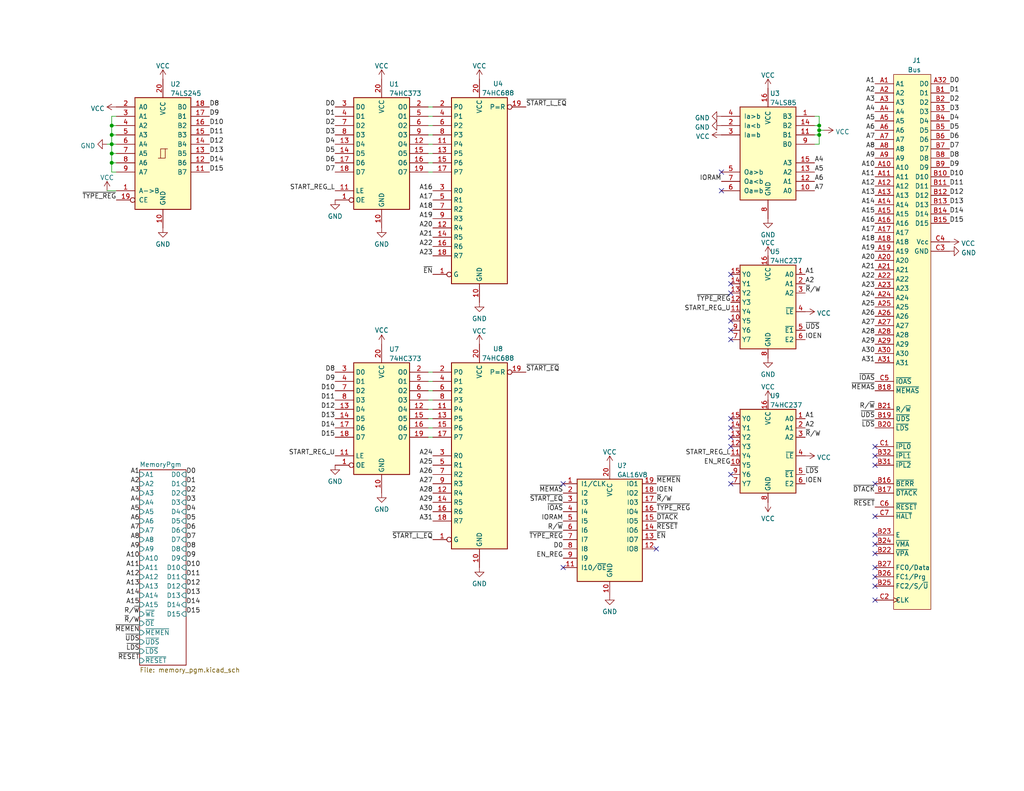
<source format=kicad_sch>
(kicad_sch (version 20211123) (generator eeschema)
  (paper "USLetter")
  (title_block (title "RAM/ROM Board") (date "2022-09-27") (rev "1.0.0-dev-3"))
  (lib_symbols
    (symbol "74xx:74HC237"
      (property "Reference" "U" (at -7.62 13.97 0))
      (property "Value" "74HC237" (at 2.54 -11.43 0))
      (symbol "74HC237_0_1"
        (rectangle (start -7.62 12.7) (end 7.62 -10.16) (stroke (width 0.254)) (fill (type background)))
      )
      (symbol "74HC237_1_1"
        (pin input line (at -10.16 10.16 0) (length 2.54) (name "A0") (number "1"))
        (pin output line (at 10.16 -2.54 180) (length 2.54) (name "Y5") (number "10"))
        (pin output line (at 10.16 0 180) (length 2.54) (name "Y4") (number "11"))
        (pin output line (at 10.16 2.54 180) (length 2.54) (name "Y3") (number "12"))
        (pin output line (at 10.16 5.08 180) (length 2.54) (name "Y2") (number "13"))
        (pin output line (at 10.16 7.62 180) (length 2.54) (name "Y1") (number "14"))
        (pin output line (at 10.16 10.16 180) (length 2.54) (name "Y0") (number "15"))
        (pin power_in line (at 0 15.24 270) (length 2.54) (name "VCC") (number "16"))
        (pin input line (at -10.16 7.62 0) (length 2.54) (name "A1") (number "2"))
        (pin input line (at -10.16 5.08 0) (length 2.54) (name "A2") (number "3"))
        (pin input line (at -10.16 0 0) (length 2.54) (name "~{LE}") (number "4"))
        (pin input line (at -10.16 -5.08 0) (length 2.54) (name "~{E1}") (number "5"))
        (pin input line (at -10.16 -7.62 0) (length 2.54) (name "E2") (number "6"))
        (pin output line (at 10.16 -7.62 180) (length 2.54) (name "Y7") (number "7"))
        (pin power_in line (at 0 -12.7 90) (length 2.54) (name "GND") (number "8"))
        (pin output line (at 10.16 -5.08 180) (length 2.54) (name "Y6") (number "9"))
      )
    )
    (symbol "74xx:74HC373"
      (property "Reference" "U" (at -7.62 16.51 0))
      (property "Value" "74HC373" (at -7.62 -16.51 0))
      (symbol "74HC373_1_0"
        (pin input inverted (at -12.7 -12.7 0) (length 5.08) (name "OE") (number "1"))
        (pin power_in line (at 0 -20.32 90) (length 5.08) (name "GND") (number "10"))
        (pin input line (at -12.7 -10.16 0) (length 5.08) (name "LE") (number "11"))
        (pin tri_state line (at 12.7 2.54 180) (length 5.08) (name "O4") (number "12"))
        (pin input line (at -12.7 2.54 0) (length 5.08) (name "D4") (number "13"))
        (pin input line (at -12.7 0 0) (length 5.08) (name "D5") (number "14"))
        (pin tri_state line (at 12.7 0 180) (length 5.08) (name "O5") (number "15"))
        (pin tri_state line (at 12.7 -2.54 180) (length 5.08) (name "O6") (number "16"))
        (pin input line (at -12.7 -2.54 0) (length 5.08) (name "D6") (number "17"))
        (pin input line (at -12.7 -5.08 0) (length 5.08) (name "D7") (number "18"))
        (pin tri_state line (at 12.7 -5.08 180) (length 5.08) (name "O7") (number "19"))
        (pin tri_state line (at 12.7 12.7 180) (length 5.08) (name "O0") (number "2"))
        (pin power_in line (at 0 20.32 270) (length 5.08) (name "VCC") (number "20"))
        (pin input line (at -12.7 12.7 0) (length 5.08) (name "D0") (number "3"))
        (pin input line (at -12.7 10.16 0) (length 5.08) (name "D1") (number "4"))
        (pin tri_state line (at 12.7 10.16 180) (length 5.08) (name "O1") (number "5"))
        (pin tri_state line (at 12.7 7.62 180) (length 5.08) (name "O2") (number "6"))
        (pin input line (at -12.7 7.62 0) (length 5.08) (name "D2") (number "7"))
        (pin input line (at -12.7 5.08 0) (length 5.08) (name "D3") (number "8"))
        (pin tri_state line (at 12.7 5.08 180) (length 5.08) (name "O3") (number "9"))
      )
      (symbol "74HC373_1_1"
        (rectangle (start -7.62 15.24) (end 7.62 -15.24) (stroke (width 0.254)) (fill (type background)))
      )
    )
    (symbol "74xx:74HC688"
      (property "Reference" "U" (at -7.62 26.67 0))
      (property "Value" "74HC688" (at -7.62 -26.67 0))
      (symbol "74HC688_1_0"
        (pin input inverted (at -12.7 -22.86 0) (length 5.08) (name "G") (number "1"))
        (pin power_in line (at 0 -30.48 90) (length 5.08) (name "GND") (number "10"))
        (pin input line (at -12.7 12.7 0) (length 5.08) (name "P4") (number "11"))
        (pin input line (at -12.7 -10.16 0) (length 5.08) (name "R4") (number "12"))
        (pin input line (at -12.7 10.16 0) (length 5.08) (name "P5") (number "13"))
        (pin input line (at -12.7 -12.7 0) (length 5.08) (name "R5") (number "14"))
        (pin input line (at -12.7 7.62 0) (length 5.08) (name "P6") (number "15"))
        (pin input line (at -12.7 -15.24 0) (length 5.08) (name "R6") (number "16"))
        (pin input line (at -12.7 5.08 0) (length 5.08) (name "P7") (number "17"))
        (pin input line (at -12.7 -17.78 0) (length 5.08) (name "R7") (number "18"))
        (pin output inverted (at 12.7 22.86 180) (length 5.08) (name "P=R") (number "19"))
        (pin input line (at -12.7 22.86 0) (length 5.08) (name "P0") (number "2"))
        (pin power_in line (at 0 30.48 270) (length 5.08) (name "VCC") (number "20"))
        (pin input line (at -12.7 0 0) (length 5.08) (name "R0") (number "3"))
        (pin input line (at -12.7 20.32 0) (length 5.08) (name "P1") (number "4"))
        (pin input line (at -12.7 -2.54 0) (length 5.08) (name "R1") (number "5"))
        (pin input line (at -12.7 17.78 0) (length 5.08) (name "P2") (number "6"))
        (pin input line (at -12.7 -5.08 0) (length 5.08) (name "R2") (number "7"))
        (pin input line (at -12.7 15.24 0) (length 5.08) (name "P3") (number "8"))
        (pin input line (at -12.7 -7.62 0) (length 5.08) (name "R3") (number "9"))
      )
      (symbol "74HC688_1_1"
        (rectangle (start -7.62 25.4) (end 7.62 -25.4) (stroke (width 0.254)) (fill (type background)))
      )
    )
    (symbol "74xx:74LS245" (pin_names (offset 1.016))
      (property "Reference" "U" (at -7.62 16.51 0))
      (property "Value" "74LS245" (at -7.62 -16.51 0))
      (symbol "74LS245_1_0"
        (polyline (pts (xy -0.635 -1.27) (xy -0.635 1.27) (xy 0.635 1.27)))
        (polyline (pts (xy -1.27 -1.27) (xy 0.635 -1.27) (xy 0.635 1.27) (xy 1.27 1.27)))
        (pin input line (at -12.7 -10.16 0) (length 5.08) (name "A->B") (number "1"))
        (pin power_in line (at 0 -20.32 90) (length 5.08) (name "GND") (number "10"))
        (pin tri_state line (at 12.7 -5.08 180) (length 5.08) (name "B7") (number "11"))
        (pin tri_state line (at 12.7 -2.54 180) (length 5.08) (name "B6") (number "12"))
        (pin tri_state line (at 12.7 0 180) (length 5.08) (name "B5") (number "13"))
        (pin tri_state line (at 12.7 2.54 180) (length 5.08) (name "B4") (number "14"))
        (pin tri_state line (at 12.7 5.08 180) (length 5.08) (name "B3") (number "15"))
        (pin tri_state line (at 12.7 7.62 180) (length 5.08) (name "B2") (number "16"))
        (pin tri_state line (at 12.7 10.16 180) (length 5.08) (name "B1") (number "17"))
        (pin tri_state line (at 12.7 12.7 180) (length 5.08) (name "B0") (number "18"))
        (pin input inverted (at -12.7 -12.7 0) (length 5.08) (name "CE") (number "19"))
        (pin tri_state line (at -12.7 12.7 0) (length 5.08) (name "A0") (number "2"))
        (pin power_in line (at 0 20.32 270) (length 5.08) (name "VCC") (number "20"))
        (pin tri_state line (at -12.7 10.16 0) (length 5.08) (name "A1") (number "3"))
        (pin tri_state line (at -12.7 7.62 0) (length 5.08) (name "A2") (number "4"))
        (pin tri_state line (at -12.7 5.08 0) (length 5.08) (name "A3") (number "5"))
        (pin tri_state line (at -12.7 2.54 0) (length 5.08) (name "A4") (number "6"))
        (pin tri_state line (at -12.7 0 0) (length 5.08) (name "A5") (number "7"))
        (pin tri_state line (at -12.7 -2.54 0) (length 5.08) (name "A6") (number "8"))
        (pin tri_state line (at -12.7 -5.08 0) (length 5.08) (name "A7") (number "9"))
      )
      (symbol "74LS245_1_1"
        (rectangle (start -7.62 15.24) (end 7.62 -15.24) (stroke (width 0.254)) (fill (type background)))
      )
    )
    (symbol "74xx:74LS85" (pin_names (offset 1.016))
      (property "Reference" "U" (at -7.62 13.97 0))
      (property "Value" "74LS85" (at -7.62 -13.97 0))
      (symbol "74LS85_1_0"
        (pin input line (at -12.7 10.16 0) (length 5.08) (name "B3") (number "1"))
        (pin input line (at -12.7 -10.16 0) (length 5.08) (name "A0") (number "10"))
        (pin input line (at -12.7 5.08 0) (length 5.08) (name "B1") (number "11"))
        (pin input line (at -12.7 -7.62 0) (length 5.08) (name "A1") (number "12"))
        (pin input line (at -12.7 -5.08 0) (length 5.08) (name "A2") (number "13"))
        (pin input line (at -12.7 7.62 0) (length 5.08) (name "B2") (number "14"))
        (pin input line (at -12.7 -2.54 0) (length 5.08) (name "A3") (number "15"))
        (pin power_in line (at 0 17.78 270) (length 5.08) (name "VCC") (number "16"))
        (pin input line (at 12.7 7.62 180) (length 5.08) (name "Ia<b") (number "2"))
        (pin input line (at 12.7 5.08 180) (length 5.08) (name "Ia=b") (number "3"))
        (pin input line (at 12.7 10.16 180) (length 5.08) (name "Ia>b") (number "4"))
        (pin output line (at 12.7 -5.08 180) (length 5.08) (name "Oa>b") (number "5"))
        (pin output line (at 12.7 -10.16 180) (length 5.08) (name "Oa=b") (number "6"))
        (pin output line (at 12.7 -7.62 180) (length 5.08) (name "Oa<b") (number "7"))
        (pin power_in line (at 0 -17.78 90) (length 5.08) (name "GND") (number "8"))
        (pin input line (at -12.7 2.54 0) (length 5.08) (name "B0") (number "9"))
      )
      (symbol "74LS85_1_1"
        (rectangle (start -7.62 12.7) (end 7.62 -12.7) (stroke (width 0.254)) (fill (type background)))
      )
    )
    (symbol "Logic_Programmable:GAL16V8" (pin_names (offset 1.016))
      (property "Reference" "U" (at -8.89 16.51 0))
      (property "Value" "GAL16V8" (at 1.27 16.51 0))
      (symbol "GAL16V8_0_0"
        (pin power_in line (at 0 -17.78 90) (length 3.81) (name "GND") (number "10"))
        (pin power_in line (at 0 17.78 270) (length 3.81) (name "VCC") (number "20"))
      )
      (symbol "GAL16V8_0_1"
        (rectangle (start -8.89 13.97) (end 8.89 -13.97) (stroke (width 0.254)) (fill (type background)))
      )
      (symbol "GAL16V8_1_1"
        (pin input line (at -12.7 12.7 0) (length 3.81) (name "I1/CLK") (number "1"))
        (pin input line (at -12.7 -10.16 0) (length 3.81) (name "I10/~{OE}") (number "11"))
        (pin tri_state line (at 12.7 -5.08 180) (length 3.81) (name "IO8") (number "12"))
        (pin tri_state line (at 12.7 -2.54 180) (length 3.81) (name "IO7") (number "13"))
        (pin tri_state line (at 12.7 0 180) (length 3.81) (name "IO6") (number "14"))
        (pin tri_state line (at 12.7 2.54 180) (length 3.81) (name "IO5") (number "15"))
        (pin tri_state line (at 12.7 5.08 180) (length 3.81) (name "IO4") (number "16"))
        (pin tri_state line (at 12.7 7.62 180) (length 3.81) (name "I03") (number "17"))
        (pin tri_state line (at 12.7 10.16 180) (length 3.81) (name "IO2") (number "18"))
        (pin tri_state line (at 12.7 12.7 180) (length 3.81) (name "IO1") (number "19"))
        (pin input line (at -12.7 10.16 0) (length 3.81) (name "I2") (number "2"))
        (pin input line (at -12.7 7.62 0) (length 3.81) (name "I3") (number "3"))
        (pin input line (at -12.7 5.08 0) (length 3.81) (name "I4") (number "4"))
        (pin input line (at -12.7 2.54 0) (length 3.81) (name "I5") (number "5"))
        (pin input line (at -12.7 0 0) (length 3.81) (name "I6") (number "6"))
        (pin input line (at -12.7 -2.54 0) (length 3.81) (name "I7") (number "7"))
        (pin input line (at -12.7 -5.08 0) (length 3.81) (name "I8") (number "8"))
        (pin input line (at -12.7 -7.62 0) (length 3.81) (name "I9") (number "9"))
      )
    )
    (symbol "parts:Bus"
      (property "Reference" "J4" (at 0 66.04 0))
      (property "Value" "Bus" (at 0 63.5 0))
      (symbol "Bus_0_1"
        (rectangle (start -5.08 62.23) (end 5.08 -83.82) (stroke (width 0.1524)) (fill (type background)))
      )
      (symbol "Bus_1_1"
        (pin tri_state line (at -10.16 59.69 0) (length 5.08) (name "A1") (number "A1"))
        (pin tri_state line (at -10.16 36.83 0) (length 5.08) (name "A10") (number "A10"))
        (pin tri_state line (at -10.16 34.29 0) (length 5.08) (name "A11") (number "A11"))
        (pin tri_state line (at -10.16 31.75 0) (length 5.08) (name "A12") (number "A12"))
        (pin tri_state line (at -10.16 29.21 0) (length 5.08) (name "A13") (number "A13"))
        (pin tri_state line (at -10.16 26.67 0) (length 5.08) (name "A14") (number "A14"))
        (pin tri_state line (at -10.16 24.13 0) (length 5.08) (name "A15") (number "A15"))
        (pin tri_state line (at -10.16 21.59 0) (length 5.08) (name "A16") (number "A16"))
        (pin tri_state line (at -10.16 19.05 0) (length 5.08) (name "A17") (number "A17"))
        (pin tri_state line (at -10.16 16.51 0) (length 5.08) (name "A18") (number "A18"))
        (pin tri_state line (at -10.16 13.97 0) (length 5.08) (name "A19") (number "A19"))
        (pin tri_state line (at -10.16 57.15 0) (length 5.08) (name "A2") (number "A2"))
        (pin tri_state line (at -10.16 11.43 0) (length 5.08) (name "A20") (number "A20"))
        (pin tri_state line (at -10.16 8.89 0) (length 5.08) (name "A21") (number "A21"))
        (pin tri_state line (at -10.16 6.35 0) (length 5.08) (name "A22") (number "A22"))
        (pin tri_state line (at -10.16 3.81 0) (length 5.08) (name "A23") (number "A23"))
        (pin tri_state line (at -10.16 1.27 0) (length 5.08) (name "A24") (number "A24"))
        (pin tri_state line (at -10.16 -1.27 0) (length 5.08) (name "A25") (number "A25"))
        (pin tri_state line (at -10.16 -3.81 0) (length 5.08) (name "A26") (number "A26"))
        (pin tri_state line (at -10.16 -6.35 0) (length 5.08) (name "A27") (number "A27"))
        (pin tri_state line (at -10.16 -8.89 0) (length 5.08) (name "A28") (number "A28"))
        (pin tri_state line (at -10.16 -11.43 0) (length 5.08) (name "A29") (number "A29"))
        (pin tri_state line (at -10.16 54.61 0) (length 5.08) (name "A3") (number "A3"))
        (pin tri_state line (at -10.16 -13.97 0) (length 5.08) (name "A30") (number "A30"))
        (pin tri_state line (at -10.16 -16.51 0) (length 5.08) (name "A31") (number "A31"))
        (pin bidirectional line (at 10.16 59.69 180) (length 5.08) (name "D0") (number "A32"))
        (pin tri_state line (at -10.16 52.07 0) (length 5.08) (name "A4") (number "A4"))
        (pin tri_state line (at -10.16 49.53 0) (length 5.08) (name "A5") (number "A5"))
        (pin tri_state line (at -10.16 46.99 0) (length 5.08) (name "A6") (number "A6"))
        (pin tri_state line (at -10.16 44.45 0) (length 5.08) (name "A7") (number "A7"))
        (pin tri_state line (at -10.16 41.91 0) (length 5.08) (name "A8") (number "A8"))
        (pin tri_state line (at -10.16 39.37 0) (length 5.08) (name "A9") (number "A9"))
        (pin bidirectional line (at 10.16 57.15 180) (length 5.08) (name "D1") (number "B1"))
        (pin bidirectional line (at 10.16 34.29 180) (length 5.08) (name "D10") (number "B10"))
        (pin bidirectional line (at 10.16 31.75 180) (length 5.08) (name "D11") (number "B11"))
        (pin bidirectional line (at 10.16 29.21 180) (length 5.08) (name "D12") (number "B12"))
        (pin bidirectional line (at 10.16 26.67 180) (length 5.08) (name "D13") (number "B13"))
        (pin bidirectional line (at 10.16 24.13 180) (length 5.08) (name "D14") (number "B14"))
        (pin bidirectional line (at 10.16 21.59 180) (length 5.08) (name "D15") (number "B15"))
        (pin input line (at -10.16 -49.53 0) (length 5.08) (name "~{BERR}") (number "B16"))
        (pin input line (at -10.16 -52.07 0) (length 5.08) (name "~{DTACK}") (number "B17"))
        (pin output line (at -10.16 -24.13 0) (length 5.08) (name "~{MEMAS}") (number "B18"))
        (pin tri_state line (at -10.16 -31.75 0) (length 5.08) (name "~{UDS}") (number "B19"))
        (pin bidirectional line (at 10.16 54.61 180) (length 5.08) (name "D2") (number "B2"))
        (pin tri_state line (at -10.16 -34.29 0) (length 5.08) (name "~{LDS}") (number "B20"))
        (pin tri_state line (at -10.16 -29.21 0) (length 5.08) (name "R/~{W}") (number "B21"))
        (pin output line (at -10.16 -68.58 0) (length 5.08) (name "~{VPA}") (number "B22"))
        (pin output line (at -10.16 -63.5 0) (length 5.08) (name "E") (number "B23"))
        (pin output line (at -10.16 -66.04 0) (length 5.08) (name "~{VMA}") (number "B24"))
        (pin output line (at -10.16 -77.47 0) (length 5.08) (name "FC2/S/~{U}") (number "B25"))
        (pin output line (at -10.16 -74.93 0) (length 5.08) (name "FC1/Prg") (number "B26"))
        (pin output line (at -10.16 -72.39 0) (length 5.08) (name "FC0/Data") (number "B27"))
        (pin bidirectional line (at 10.16 52.07 180) (length 5.08) (name "D3") (number "B3"))
        (pin open_collector line (at -10.16 -44.45 0) (length 5.08) (name "~{IPL2}") (number "B31"))
        (pin open_collector line (at -10.16 -41.91 0) (length 5.08) (name "~{IPL1}") (number "B32"))
        (pin bidirectional line (at 10.16 49.53 180) (length 5.08) (name "D4") (number "B4"))
        (pin bidirectional line (at 10.16 46.99 180) (length 5.08) (name "D5") (number "B5"))
        (pin bidirectional line (at 10.16 44.45 180) (length 5.08) (name "D6") (number "B6"))
        (pin bidirectional line (at 10.16 41.91 180) (length 5.08) (name "D7") (number "B7"))
        (pin bidirectional line (at 10.16 39.37 180) (length 5.08) (name "D8") (number "B8"))
        (pin bidirectional line (at 10.16 36.83 180) (length 5.08) (name "D9") (number "B9"))
        (pin open_collector line (at -10.16 -39.37 0) (length 5.08) (name "~{IPL0}") (number "C1"))
        (pin output clock (at -10.16 -81.28 0) (length 5.08) (name "CLK") (number "C2"))
        (pin power_out line (at 10.16 13.97 180) (length 5.08) (name "GND") (number "C3"))
        (pin power_out line (at 10.16 16.51 180) (length 5.08) (name "Vcc") (number "C4"))
        (pin output line (at -10.16 -21.59 0) (length 5.08) (name "~{IOAS}") (number "C5"))
        (pin open_collector line (at -10.16 -55.88 0) (length 5.08) (name "~{RESET}") (number "C6"))
        (pin open_collector line (at -10.16 -58.42 0) (length 5.08) (name "~{HALT}") (number "C7"))
      )
    )
    (symbol "power:GND" (power) (pin_names (offset 0))
      (property "Value" "GND" (at 0 -3.81 0))
      (symbol "GND_0_1"
        (polyline (pts (xy 0 0) (xy 0 -1.27) (xy 1.27 -1.27) (xy 0 -2.54) (xy -1.27 -1.27) (xy 0 -1.27)))
      )
      (symbol "GND_1_1"
        (pin power_in line (at 0 0 270) (length 0) hide (name "GND") (number "1"))
      )
    )
    (symbol "power:VCC" (power) (pin_names (offset 0))
      (property "Value" "VCC" (at 0 3.81 0))
      (symbol "VCC_0_1"
        (polyline (pts (xy -0.762 1.27) (xy 0 2.54)))
        (polyline (pts (xy 0 0) (xy 0 2.54)))
        (polyline (pts (xy 0 2.54) (xy 0.762 1.27)))
      )
      (symbol "VCC_1_1"
        (pin power_in line (at 0 0 90) (length 0) hide (name "VCC") (number "1"))
      )
    )
  )
  (junction (at 30.48 39.37))
  (junction (at 223.52 35.56))
  (junction (at 30.48 34.29))
  (junction (at 30.48 44.45))
  (junction (at 223.52 36.83))
  (junction (at 30.48 41.91))
  (junction (at 30.48 36.83))
  (junction (at 223.52 34.29))
  (no_connect (at 196.85 46.99))
  (no_connect (at 238.76 146.05))
  (no_connect (at 238.76 148.59))
  (no_connect (at 238.76 132.08))
  (no_connect (at 238.76 140.97))
  (no_connect (at 238.76 151.13))
  (no_connect (at 153.67 154.94))
  (no_connect (at 199.39 132.08))
  (no_connect (at 199.39 77.47))
  (no_connect (at 199.39 114.3))
  (no_connect (at 199.39 116.84))
  (no_connect (at 199.39 74.93))
  (no_connect (at 153.67 132.08))
  (no_connect (at 179.07 149.86))
  (no_connect (at 199.39 87.63))
  (no_connect (at 199.39 90.17))
  (no_connect (at 199.39 92.71))
  (no_connect (at 199.39 80.01))
  (no_connect (at 199.39 121.92))
  (no_connect (at 199.39 119.38))
  (no_connect (at 199.39 129.54))
  (no_connect (at 238.76 163.83))
  (no_connect (at 238.76 154.94))
  (no_connect (at 238.76 157.48))
  (no_connect (at 238.76 160.02))
  (no_connect (at 238.76 127))
  (no_connect (at 238.76 121.92))
  (no_connect (at 238.76 124.46))
  (no_connect (at 196.85 52.07))
  (wire (pts (xy 30.48 34.29) (xy 31.75 34.29)))
  (wire (pts (xy 30.48 41.91) (xy 31.75 41.91)))
  (wire (pts (xy 116.84 116.84) (xy 118.11 116.84)))
  (wire (pts (xy 116.84 41.91) (xy 118.11 41.91)))
  (wire (pts (xy 223.52 39.37) (xy 222.25 39.37)))
  (wire (pts (xy 29.21 52.07) (xy 31.75 52.07)))
  (wire (pts (xy 223.52 34.29) (xy 222.25 34.29)))
  (wire (pts (xy 223.52 36.83) (xy 222.25 36.83)))
  (wire (pts (xy 116.84 114.3) (xy 118.11 114.3)))
  (wire (pts (xy 223.52 35.56) (xy 223.52 34.29)))
  (wire (pts (xy 116.84 36.83) (xy 118.11 36.83)))
  (wire (pts (xy 223.52 36.83) (xy 223.52 39.37)))
  (wire (pts (xy 116.84 106.68) (xy 118.11 106.68)))
  (wire (pts (xy 30.48 36.83) (xy 31.75 36.83)))
  (wire (pts (xy 116.84 39.37) (xy 118.11 39.37)))
  (wire (pts (xy 116.84 101.6) (xy 118.11 101.6)))
  (wire (pts (xy 30.48 36.83) (xy 30.48 39.37)))
  (wire (pts (xy 116.84 104.14) (xy 118.11 104.14)))
  (wire (pts (xy 224.79 35.56) (xy 223.52 35.56)))
  (wire (pts (xy 223.52 35.56) (xy 223.52 36.83)))
  (wire (pts (xy 30.48 34.29) (xy 30.48 36.83)))
  (wire (pts (xy 116.84 29.21) (xy 118.11 29.21)))
  (wire (pts (xy 30.48 44.45) (xy 31.75 44.45)))
  (wire (pts (xy 116.84 31.75) (xy 118.11 31.75)))
  (wire (pts (xy 116.84 109.22) (xy 118.11 109.22)))
  (wire (pts (xy 30.48 31.75) (xy 30.48 34.29)))
  (wire (pts (xy 30.48 44.45) (xy 30.48 46.99)))
  (wire (pts (xy 116.84 119.38) (xy 118.11 119.38)))
  (wire (pts (xy 31.75 31.75) (xy 30.48 31.75)))
  (wire (pts (xy 116.84 34.29) (xy 118.11 34.29)))
  (wire (pts (xy 223.52 31.75) (xy 223.52 34.29)))
  (wire (pts (xy 30.48 41.91) (xy 30.48 44.45)))
  (wire (pts (xy 30.48 39.37) (xy 31.75 39.37)))
  (wire (pts (xy 222.25 31.75) (xy 223.52 31.75)))
  (wire (pts (xy 29.21 39.37) (xy 30.48 39.37)))
  (wire (pts (xy 116.84 111.76) (xy 118.11 111.76)))
  (wire (pts (xy 30.48 46.99) (xy 31.75 46.99)))
  (wire (pts (xy 116.84 44.45) (xy 118.11 44.45)))
  (wire (pts (xy 116.84 46.99) (xy 118.11 46.99)))
  (wire (pts (xy 30.48 39.37) (xy 30.48 41.91)))
  (label "A24" (at 118.11 124.46 180))
  (label "~{START_EQ}" (at 143.51 101.6 0))
  (label "D9" (at 259.08 45.72 0))
  (label "A15" (at 238.76 58.42 180))
  (label "A11" (at 238.76 48.26 180))
  (label "D5" (at 50.8 142.24 0))
  (label "A29" (at 238.76 93.98 180))
  (label "A2" (at 219.71 77.47 0))
  (label "~{R}{slash}W" (at 219.71 119.38 0))
  (label "A25" (at 238.76 83.82 180))
  (label "A3" (at 238.76 27.94 180))
  (label "D8" (at 259.08 43.18 0))
  (label "D14" (at 91.44 116.84 180))
  (label "~{EN}" (at 179.07 147.32 0))
  (label "A28" (at 238.76 91.44 180))
  (label "D8" (at 91.44 101.6 180))
  (label "~{START_L_EQ}" (at 118.11 147.32 180))
  (label "D12" (at 259.08 53.34 0))
  (label "A19" (at 238.76 68.58 180))
  (label "A1" (at 38.1 129.54 180))
  (label "A17" (at 238.76 63.5 180))
  (label "A6" (at 222.25 49.53 0))
  (label "~{MEMAS}" (at 153.67 134.62 180))
  (label "~{RESET}" (at 38.1 180.34 180))
  (label "A4" (at 238.76 30.48 180))
  (label "A6" (at 38.1 142.24 180))
  (label "D14" (at 50.8 165.1 0))
  (label "~{DTACK}" (at 179.07 142.24 0))
  (label "A29" (at 118.11 137.16 180))
  (label "~{R}{slash}W" (at 179.07 137.16 0))
  (label "~{LDS}" (at 38.1 177.8 180))
  (label "A2" (at 238.76 25.4 180))
  (label "D11" (at 57.15 36.83 0))
  (label "D5" (at 259.08 35.56 0))
  (label "D14" (at 57.15 44.45 0))
  (label "A4" (at 222.25 44.45 0))
  (label "START_REG_L" (at 91.44 52.07 180))
  (label "~{R}{slash}W" (at 219.71 80.01 0))
  (label "D0" (at 91.44 29.21 180))
  (label "D3" (at 50.8 137.16 0))
  (label "A8" (at 38.1 147.32 180))
  (label "D6" (at 91.44 44.45 180))
  (label "A25" (at 118.11 127 180))
  (label "A1" (at 219.71 74.93 0))
  (label "D3" (at 91.44 36.83 180))
  (label "D13" (at 57.15 41.91 0))
  (label "A3" (at 38.1 134.62 180))
  (label "D8" (at 57.15 29.21 0))
  (label "~{TYPE_REG}" (at 199.39 82.55 180))
  (label "D10" (at 50.8 154.94 0))
  (label "A5" (at 38.1 139.7 180))
  (label "A5" (at 238.76 33.02 180))
  (label "D6" (at 50.8 144.78 0))
  (label "D1" (at 91.44 31.75 180))
  (label "D4" (at 259.08 33.02 0))
  (label "IORAM" (at 153.67 142.24 180))
  (label "~{RESET}" (at 179.07 144.78 0))
  (label "A16" (at 118.11 52.07 180))
  (label "~{START_L_EQ}" (at 143.51 29.21 0))
  (label "D11" (at 50.8 157.48 0))
  (label "IOEN" (at 219.71 132.08 0))
  (label "A1" (at 238.76 22.86 180))
  (label "A16" (at 238.76 60.96 180))
  (label "D10" (at 259.08 48.26 0))
  (label "A31" (at 238.76 99.06 180))
  (label "~{R}{slash}W" (at 38.1 170.18 180))
  (label "A30" (at 238.76 96.52 180))
  (label "A18" (at 118.11 57.15 180))
  (label "A20" (at 238.76 71.12 180))
  (label "A14" (at 238.76 55.88 180))
  (label "D7" (at 259.08 40.64 0))
  (label "A14" (at 38.1 162.56 180))
  (label "D2" (at 91.44 34.29 180))
  (label "D6" (at 259.08 38.1 0))
  (label "A22" (at 118.11 67.31 180))
  (label "D13" (at 259.08 55.88 0))
  (label "A19" (at 118.11 59.69 180))
  (label "A10" (at 238.76 45.72 180))
  (label "A7" (at 238.76 38.1 180))
  (label "D9" (at 50.8 152.4 0))
  (label "D12" (at 50.8 160.02 0))
  (label "A27" (at 118.11 132.08 180))
  (label "IOEN" (at 179.07 134.62 0))
  (label "D4" (at 50.8 139.7 0))
  (label "A11" (at 38.1 154.94 180))
  (label "~{UDS}" (at 219.71 90.17 0))
  (label "D10" (at 91.44 106.68 180))
  (label "~{MEMEN}" (at 179.07 132.08 0))
  (label "~{IOAS}" (at 153.67 139.7 180))
  (label "D15" (at 50.8 167.64 0))
  (label "~{LDS}" (at 219.71 129.54 0))
  (label "A17" (at 118.11 54.61 180))
  (label "R{slash}~{W}" (at 38.1 167.64 180))
  (label "~{RESET}" (at 238.76 138.43 180))
  (label "~{UDS}" (at 238.76 114.3 180))
  (label "A7" (at 222.25 52.07 0))
  (label "A27" (at 238.76 88.9 180))
  (label "A9" (at 38.1 149.86 180))
  (label "A10" (at 38.1 152.4 180))
  (label "EN_REG" (at 153.67 152.4 180))
  (label "~{LDS}" (at 238.76 116.84 180))
  (label "~{TYPE_REG}" (at 31.75 54.61 180))
  (label "D9" (at 57.15 31.75 0))
  (label "D4" (at 91.44 39.37 180))
  (label "START_REG_U" (at 91.44 124.46 180))
  (label "~{START_EQ}" (at 153.67 137.16 180))
  (label "~{EN}" (at 118.11 74.93 180))
  (label "A13" (at 38.1 160.02 180))
  (label "~{TYPE_REG}" (at 179.07 139.7 0))
  (label "A30" (at 118.11 139.7 180))
  (label "D0" (at 153.67 149.86 180))
  (label "D1" (at 259.08 25.4 0))
  (label "START_REG_L" (at 199.39 124.46 180))
  (label "D12" (at 91.44 111.76 180))
  (label "~{MEMAS}" (at 238.76 106.68 180))
  (label "D2" (at 259.08 27.94 0))
  (label "D12" (at 57.15 39.37 0))
  (label "D15" (at 259.08 60.96 0))
  (label "D2" (at 50.8 134.62 0))
  (label "D0" (at 50.8 129.54 0))
  (label "A23" (at 118.11 69.85 180))
  (label "A6" (at 238.76 35.56 180))
  (label "A1" (at 219.71 114.3 0))
  (label "D7" (at 91.44 46.99 180))
  (label "D0" (at 259.08 22.86 0))
  (label "A4" (at 38.1 137.16 180))
  (label "D10" (at 57.15 34.29 0))
  (label "EN_REG" (at 199.39 127 180))
  (label "D13" (at 91.44 114.3 180))
  (label "A26" (at 118.11 129.54 180))
  (label "IOEN" (at 219.71 92.71 0))
  (label "~{MEMEN}" (at 38.1 172.72 180))
  (label "A31" (at 118.11 142.24 180))
  (label "A9" (at 238.76 43.18 180))
  (label "A2" (at 219.71 116.84 0))
  (label "D9" (at 91.44 104.14 180))
  (label "A21" (at 118.11 64.77 180))
  (label "D5" (at 91.44 41.91 180))
  (label "A15" (at 38.1 165.1 180))
  (label "D8" (at 50.8 149.86 0))
  (label "~{DTACK}" (at 238.76 134.62 180))
  (label "D7" (at 50.8 147.32 0))
  (label "D11" (at 259.08 50.8 0))
  (label "~{IOAS}" (at 238.76 104.14 180))
  (label "~{TYPE_REG}" (at 153.67 147.32 180))
  (label "A8" (at 238.76 40.64 180))
  (label "D11" (at 91.44 109.22 180))
  (label "A2" (at 38.1 132.08 180))
  (label "A24" (at 238.76 81.28 180))
  (label "~{UDS}" (at 38.1 175.26 180))
  (label "A12" (at 38.1 157.48 180))
  (label "R{slash}~{W}" (at 153.67 144.78 180))
  (label "D15" (at 57.15 46.99 0))
  (label "R{slash}~{W}" (at 238.76 111.76 180))
  (label "START_REG_U" (at 199.39 85.09 180))
  (label "A23" (at 238.76 78.74 180))
  (label "D1" (at 50.8 132.08 0))
  (label "D3" (at 259.08 30.48 0))
  (label "A7" (at 38.1 144.78 180))
  (label "IORAM" (at 196.85 49.53 180))
  (label "A20" (at 118.11 62.23 180))
  (label "A13" (at 238.76 53.34 180))
  (label "A18" (at 238.76 66.04 180))
  (label "A22" (at 238.76 76.2 180))
  (label "D14" (at 259.08 58.42 0))
  (label "A28" (at 118.11 134.62 180))
  (label "D13" (at 50.8 162.56 0))
  (label "A12" (at 238.76 50.8 180))
  (label "A21" (at 238.76 73.66 180))
  (label "A26" (at 238.76 86.36 180))
  (label "A5" (at 222.25 46.99 0))
  (label "D15" (at 91.44 119.38 180))
  (symbol (lib_id "power:GND") (at 130.81 82.55 0) (unit 1)
    (property "Reference" "#PWR017" (effects hide))
    (property "Value" "GND" (at 130.81 86.9934 0))
  )
  (symbol (lib_id "74xx:74LS85") (at 209.55 41.91 0) (mirror y) (unit 1)
    (property "Reference" "U3" (at 210.0706 25.5102 0) (effects (justify right)))
    (property "Value" "74LS85" (at 210.0706 28.0471 0) (effects (justify right)))
    (property "Footprint" "Package_SO:TSSOP-16_4.4x5mm_P0.65mm" (effects hide))
    (property "Datasheet" "http://www.ti.com/lit/gpn/sn74LS85" (effects hide))
  )
  (symbol (lib_id "power:VCC") (at 224.79 35.56 270) (mirror x) (unit 1)
    (property "Reference" "#PWR08" (effects hide))
    (property "Value" "VCC" (at 227.965 35.9938 90) (effects (justify left)))
  )
  (symbol (lib_id "power:VCC") (at 209.55 137.16 180) (unit 1)
    (property "Reference" "#PWR030" (effects hide))
    (property "Value" "VCC" (at 209.55 141.6034 0))
  )
  (symbol (lib_id "power:GND") (at 209.55 97.79 0) (mirror y) (unit 1)
    (property "Reference" "#PWR0105" (effects hide))
    (property "Value" "GND" (at 209.55 102.2334 0))
  )
  (symbol (lib_id "power:GND") (at 196.85 31.75 270) (mirror x) (unit 1)
    (property "Reference" "#PWR06" (effects hide))
    (property "Value" "GND" (at 193.675 32.1838 90) (effects (justify right)))
  )
  (symbol (lib_id "power:GND") (at 104.14 62.23 0) (unit 1)
    (property "Reference" "#PWR013" (effects hide))
    (property "Value" "GND" (at 104.14 66.6734 0))
  )
  (symbol (lib_id "74xx:74HC237") (at 209.55 85.09 0) (mirror y) (unit 1)
    (property "Reference" "U5" (at 210.0706 68.6902 0) (effects (justify right)))
    (property "Value" "74HC237" (at 210.0706 71.2271 0) (effects (justify right)))
    (property "Footprint" "Package_SO:SOIC-16_3.9x9.9mm_P1.27mm" (effects hide))
    (property "Datasheet" "http://www.ti.com/lit/ds/symlink/cd74hc237.pdf" (effects hide))
  )
  (symbol (lib_id "power:VCC") (at 130.81 93.98 0) (unit 1)
    (property "Reference" "#PWR021" (effects hide))
    (property "Value" "VCC" (at 130.81 90.4042 0))
  )
  (symbol (lib_id "power:GND") (at 259.08 68.58 90) (unit 1)
    (property "Reference" "#PWR022" (effects hide))
    (property "Value" "GND" (at 262.255 69.0138 90) (effects (justify right)))
  )
  (symbol (lib_id "74xx:74HC688") (at 130.81 124.46 0) (unit 1)
    (property "Reference" "U8" (at 135.89 95.25 0))
    (property "Value" "74HC688" (at 135.89 97.79 0))
    (property "Footprint" "Package_SO:SOIC-20W_7.5x12.8mm_P1.27mm" (effects hide))
    (property "Datasheet" "https://www.ti.com/lit/ds/symlink/cd54hc688.pdf" (effects hide))
  )
  (symbol (lib_id "power:VCC") (at 44.45 21.59 0) (unit 1)
    (property "Reference" "#PWR03" (effects hide))
    (property "Value" "VCC" (at 44.45 18.0142 0))
  )
  (symbol (lib_id "74xx:74HC373") (at 104.14 114.3 0) (unit 1)
    (property "Reference" "U7" (at 106.1594 95.3602 0) (effects (justify left)))
    (property "Value" "74HC373" (at 106.1594 97.8971 0) (effects (justify left)))
    (property "Footprint" "Package_SO:TSSOP-20_4.4x6.5mm_P0.65mm" (effects hide))
    (property "Datasheet" "https://www.ti.com/lit/ds/symlink/cd54hc373.pdf" (effects hide))
  )
  (symbol (lib_id "parts:Bus") (at 248.92 82.55 0) (unit 1)
    (property "Reference" "J1" (at 248.92 16.51 0) (effects (justify left)))
    (property "Value" "Bus" (at 247.65 19.05 0) (effects (justify left)))
    (property "Footprint" "536366-6:TE_536366-6" (effects hide))
  )
  (symbol (lib_id "power:VCC") (at 219.71 124.46 270) (unit 1)
    (property "Reference" "#PWR026" (effects hide))
    (property "Value" "VCC" (at 222.885 124.8938 90) (effects (justify left)))
  )
  (symbol (lib_id "power:VCC") (at 219.71 85.09 270) (unit 1)
    (property "Reference" "#PWR018" (effects hide))
    (property "Value" "VCC" (at 222.885 85.5238 90) (effects (justify left)))
  )
  (symbol (lib_id "power:VCC") (at 209.55 69.85 0) (unit 1)
    (property "Reference" "#PWR016" (effects hide))
    (property "Value" "VCC" (at 209.55 66.2742 0))
  )
  (symbol (lib_id "power:VCC") (at 31.75 29.21 90) (unit 1)
    (property "Reference" "#PWR05" (effects hide))
    (property "Value" "VCC" (at 28.575 29.6438 90) (effects (justify left)))
  )
  (symbol (lib_id "power:VCC") (at 29.21 52.07 0) (unit 1)
    (property "Reference" "#PWR011" (effects hide))
    (property "Value" "VCC" (at 29.21 48.4942 0))
  )
  (symbol (lib_id "power:GND") (at 196.85 34.29 270) (mirror x) (unit 1)
    (property "Reference" "#PWR07" (effects hide))
    (property "Value" "GND" (at 193.675 34.7238 90) (effects (justify right)))
  )
  (symbol (lib_id "74xx:74HC237") (at 209.55 124.46 0) (mirror y) (unit 1)
    (property "Reference" "U9" (at 210.0706 108.0602 0) (effects (justify right)))
    (property "Value" "74HC237" (at 210.0706 110.5971 0) (effects (justify right)))
    (property "Footprint" "Package_SO:SOIC-16_3.9x9.9mm_P1.27mm" (effects hide))
    (property "Datasheet" "http://www.ti.com/lit/ds/symlink/cd74hc237.pdf" (effects hide))
  )
  (symbol (lib_id "power:GND") (at 209.55 59.69 0) (mirror y) (unit 1)
    (property "Reference" "#PWR014" (effects hide))
    (property "Value" "GND" (at 209.55 64.1334 0))
  )
  (symbol (lib_id "Logic_Programmable:GAL16V8") (at 166.37 144.78 0) (unit 1)
    (property "Reference" "U?" (at 168.3894 127.1102 0) (effects (justify left)))
    (property "Value" "GAL16V8" (at 168.3894 129.6471 0) (effects (justify left)))
    (property "Footprint" "Package_LCC:PLCC-20_SMD-Socket" (effects hide))
  )
  (symbol (lib_id "power:VCC") (at 166.37 127 0) (unit 1)
    (property "Reference" "#PWR029" (effects hide))
    (property "Value" "VCC" (at 166.37 123.4242 0))
  )
  (symbol (lib_id "power:VCC") (at 196.85 36.83 90) (mirror x) (unit 1)
    (property "Reference" "#PWR09" (effects hide))
    (property "Value" "VCC" (at 193.675 37.2638 90) (effects (justify left)))
  )
  (symbol (lib_id "power:GND") (at 130.81 154.94 0) (unit 1)
    (property "Reference" "#PWR031" (effects hide))
    (property "Value" "GND" (at 130.81 159.3834 0))
  )
  (symbol (lib_id "power:VCC") (at 259.08 66.04 270) (unit 1)
    (property "Reference" "#PWR0101" (effects hide))
    (property "Value" "VCC" (at 262.255 66.4738 90) (effects (justify left)))
  )
  (symbol (lib_id "74xx:74LS245") (at 44.45 41.91 0) (unit 1)
    (property "Reference" "U2" (at 46.4694 22.9702 0) (effects (justify left)))
    (property "Value" "74LS245" (at 46.4694 25.5071 0) (effects (justify left)))
    (property "Footprint" "Package_SO:TSSOP-20_4.4x6.5mm_P0.65mm" (effects hide))
    (property "Datasheet" "http://www.ti.com/lit/gpn/sn74LS245" (effects hide))
  )
  (symbol (lib_id "power:VCC") (at 104.14 21.59 0) (unit 1)
    (property "Reference" "#PWR01" (effects hide))
    (property "Value" "VCC" (at 104.14 18.0142 0))
  )
  (symbol (lib_id "power:GND") (at 104.14 134.62 0) (unit 1)
    (property "Reference" "#PWR028" (effects hide))
    (property "Value" "GND" (at 104.14 139.0634 0))
  )
  (symbol (lib_id "power:GND") (at 29.21 39.37 270) (unit 1)
    (property "Reference" "#PWR010" (effects hide))
    (property "Value" "GND" (at 26.0351 39.8038 90) (effects (justify right)))
  )
  (symbol (lib_id "74xx:74HC688") (at 130.81 52.07 0) (unit 1)
    (property "Reference" "U4" (at 135.89 22.86 0))
    (property "Value" "74HC688" (at 135.89 25.4 0))
    (property "Footprint" "Package_SO:SOIC-20W_7.5x12.8mm_P1.27mm" (effects hide))
    (property "Datasheet" "https://www.ti.com/lit/ds/symlink/cd54hc688.pdf" (effects hide))
  )
  (symbol (lib_id "power:VCC") (at 130.81 21.59 0) (unit 1)
    (property "Reference" "#PWR02" (effects hide))
    (property "Value" "VCC" (at 130.81 18.0142 0))
  )
  (symbol (lib_id "power:VCC") (at 209.55 24.13 0) (mirror y) (unit 1)
    (property "Reference" "#PWR04" (effects hide))
    (property "Value" "VCC" (at 209.55 20.5542 0))
  )
  (symbol (lib_id "power:VCC") (at 104.14 93.98 0) (unit 1)
    (property "Reference" "#PWR020" (effects hide))
    (property "Value" "VCC" (at 104.14 90.17 0))
  )
  (symbol (lib_id "power:GND") (at 166.37 162.56 0) (unit 1)
    (property "Reference" "#PWR032" (effects hide))
    (property "Value" "GND" (at 166.37 167.0034 0))
  )
  (symbol (lib_id "74xx:74HC373") (at 104.14 41.91 0) (unit 1)
    (property "Reference" "U1" (at 106.1594 22.9702 0) (effects (justify left)))
    (property "Value" "74HC373" (at 106.1594 25.5071 0) (effects (justify left)))
    (property "Footprint" "Package_SO:TSSOP-20_4.4x6.5mm_P0.65mm" (effects hide))
    (property "Datasheet" "https://www.ti.com/lit/ds/symlink/cd54hc373.pdf" (effects hide))
  )
  (symbol (lib_id "power:GND") (at 44.45 62.23 0) (unit 1)
    (property "Reference" "#PWR015" (effects hide))
    (property "Value" "GND" (at 44.45 66.6734 0))
  )
  (symbol (lib_id "power:VCC") (at 209.55 109.22 0) (unit 1)
    (property "Reference" "#PWR025" (effects hide))
    (property "Value" "VCC" (at 209.55 105.6442 0))
  )
  (symbol (lib_id "power:GND") (at 91.44 127 0) (unit 1)
    (property "Reference" "#PWR027" (effects hide))
    (property "Value" "GND" (at 91.44 131.4434 0))
  )
  (symbol (lib_id "power:GND") (at 91.44 54.61 0) (unit 1)
    (property "Reference" "#PWR012" (effects hide))
    (property "Value" "GND" (at 91.44 59.0534 0))
  )
  (sheet (at 38.1 128.27) (size 12.7 53.34) (stroke (width 0.1524))
    (property "Sheet name" "MemoryPgm" (at 38.1 127.5584 0) (effects (justify left bottom)))
    (property "Sheet file" "memory_pgm.kicad_sch" (at 38.1 182.1946 0) (effects (justify left top)))
    (pin "D9" input (at 50.8 152.4 0))
    (pin "D8" input (at 50.8 149.86 0))
    (pin "D13" input (at 50.8 162.56 0))
    (pin "D11" input (at 50.8 157.48 0))
    (pin "D12" input (at 50.8 160.02 0))
    (pin "D10" input (at 50.8 154.94 0))
    (pin "D14" input (at 50.8 165.1 0))
    (pin "D15" input (at 50.8 167.64 0))
    (pin "D0" input (at 50.8 129.54 0))
    (pin "D2" input (at 50.8 134.62 0))
    (pin "A3" input (at 38.1 134.62 180))
    (pin "A1" input (at 38.1 129.54 180))
    (pin "A2" input (at 38.1 132.08 180))
    (pin "D1" input (at 50.8 132.08 0))
    (pin "D7" input (at 50.8 147.32 0))
    (pin "D6" input (at 50.8 144.78 0))
    (pin "D4" input (at 50.8 139.7 0))
    (pin "D3" input (at 50.8 137.16 0))
    (pin "D5" input (at 50.8 142.24 0))
    (pin "A7" input (at 38.1 144.78 180))
    (pin "A8" input (at 38.1 147.32 180))
    (pin "A5" input (at 38.1 139.7 180))
    (pin "A6" input (at 38.1 142.24 180))
    (pin "A4" input (at 38.1 137.16 180))
    (pin "A11" input (at 38.1 154.94 180))
    (pin "A13" input (at 38.1 160.02 180))
    (pin "A12" input (at 38.1 157.48 180))
    (pin "A9" input (at 38.1 149.86 180))
    (pin "A10" input (at 38.1 152.4 180))
    (pin "A14" input (at 38.1 162.56 180))
    (pin "~{RESET}" input (at 38.1 180.34 180))
    (pin "~{UDS}" input (at 38.1 175.26 180))
    (pin "~{WE}" input (at 38.1 167.64 180))
    (pin "A15" input (at 38.1 165.1 180))
    (pin "~{MEMEN}" input (at 38.1 172.72 180))
    (pin "~{OE}" input (at 38.1 170.18 180))
    (pin "~{LDS}" input (at 38.1 177.8 180))
  )
)
</source>
